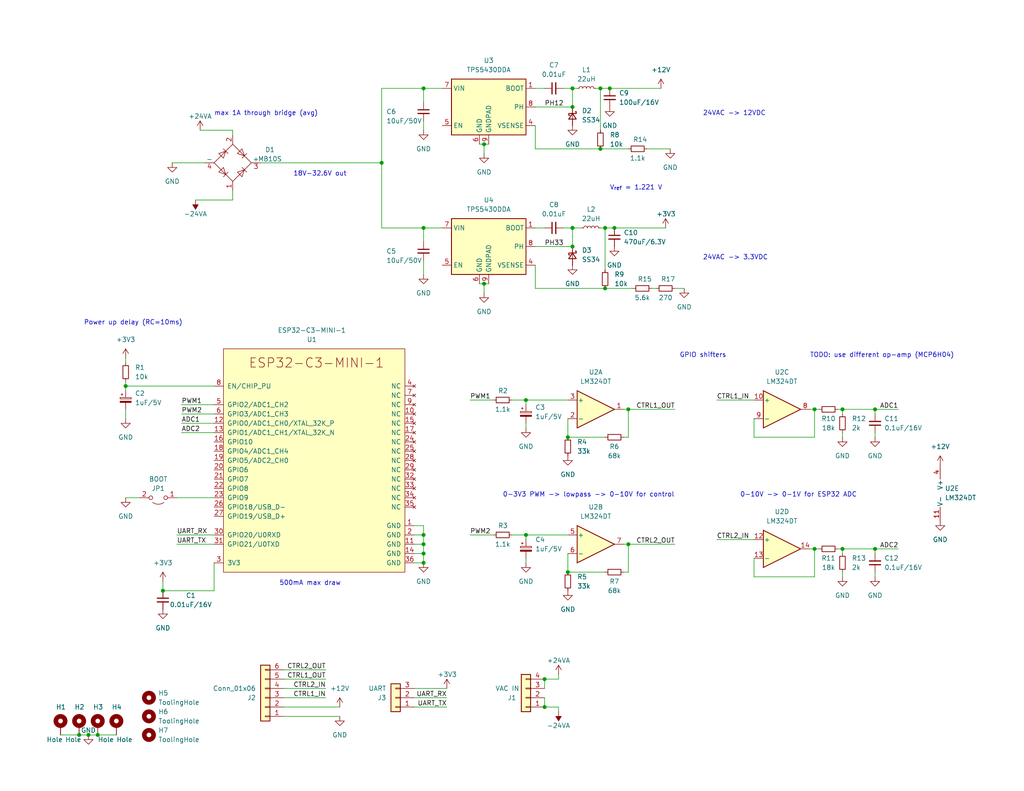
<source format=kicad_sch>
(kicad_sch (version 20211123) (generator eeschema)
  (paper "USLetter")
  (title_block (company "kelvie.ca"))
  (lib_symbols
    (symbol "Amplifier_Operational:LM324" (pin_names (offset 0.127))
      (property "Reference" "U" (at 0 5.08 0))
      (property "Value" "LM324" (at 0 -5.08 0))
      (symbol "LM324_1_1"
        (polyline (pts (xy -5.08 5.08) (xy 5.08 0) (xy -5.08 -5.08) (xy -5.08 5.08)) (stroke (width 0.254)) (fill (type background)))
        (pin output line (at 7.62 0 180) (length 2.54) (name "~") (number "1"))
        (pin input line (at -7.62 -2.54 0) (length 2.54) (name "-") (number "2"))
        (pin input line (at -7.62 2.54 0) (length 2.54) (name "+") (number "3"))
      )
      (symbol "LM324_2_1"
        (polyline (pts (xy -5.08 5.08) (xy 5.08 0) (xy -5.08 -5.08) (xy -5.08 5.08)) (stroke (width 0.254)) (fill (type background)))
        (pin input line (at -7.62 2.54 0) (length 2.54) (name "+") (number "5"))
        (pin input line (at -7.62 -2.54 0) (length 2.54) (name "-") (number "6"))
        (pin output line (at 7.62 0 180) (length 2.54) (name "~") (number "7"))
      )
      (symbol "LM324_3_1"
        (polyline (pts (xy -5.08 5.08) (xy 5.08 0) (xy -5.08 -5.08) (xy -5.08 5.08)) (stroke (width 0.254)) (fill (type background)))
        (pin input line (at -7.62 2.54 0) (length 2.54) (name "+") (number "10"))
        (pin output line (at 7.62 0 180) (length 2.54) (name "~") (number "8"))
        (pin input line (at -7.62 -2.54 0) (length 2.54) (name "-") (number "9"))
      )
      (symbol "LM324_4_1"
        (polyline (pts (xy -5.08 5.08) (xy 5.08 0) (xy -5.08 -5.08) (xy -5.08 5.08)) (stroke (width 0.254)) (fill (type background)))
        (pin input line (at -7.62 2.54 0) (length 2.54) (name "+") (number "12"))
        (pin input line (at -7.62 -2.54 0) (length 2.54) (name "-") (number "13"))
        (pin output line (at 7.62 0 180) (length 2.54) (name "~") (number "14"))
      )
      (symbol "LM324_5_1"
        (pin power_in line (at -2.54 -7.62 90) (length 3.81) (name "V-") (number "11"))
        (pin power_in line (at -2.54 7.62 270) (length 3.81) (name "V+") (number "4"))
      )
    )
    (symbol "Connector_Generic:Conn_01x03" (pin_names (offset 1.016) hide)
      (property "Reference" "J" (at 0 5.08 0))
      (property "Value" "Conn_01x03" (at 0 -5.08 0))
      (symbol "Conn_01x03_1_1"
        (rectangle (start -1.27 -2.413) (end 0 -2.667) (stroke (width 0.1524)))
        (rectangle (start -1.27 0.127) (end 0 -0.127) (stroke (width 0.1524)))
        (rectangle (start -1.27 2.667) (end 0 2.413) (stroke (width 0.1524)))
        (rectangle (start -1.27 3.81) (end 1.27 -3.81) (stroke (width 0.254)) (fill (type background)))
        (pin passive line (at -5.08 2.54 0) (length 3.81) (name "Pin_1") (number "1"))
        (pin passive line (at -5.08 0 0) (length 3.81) (name "Pin_2") (number "2"))
        (pin passive line (at -5.08 -2.54 0) (length 3.81) (name "Pin_3") (number "3"))
      )
    )
    (symbol "Connector_Generic:Conn_01x04" (pin_names (offset 1.016) hide)
      (property "Reference" "J" (at 0 5.08 0))
      (property "Value" "Conn_01x04" (at 0 -7.62 0))
      (symbol "Conn_01x04_1_1"
        (rectangle (start -1.27 -4.953) (end 0 -5.207) (stroke (width 0.1524)))
        (rectangle (start -1.27 -2.413) (end 0 -2.667) (stroke (width 0.1524)))
        (rectangle (start -1.27 0.127) (end 0 -0.127) (stroke (width 0.1524)))
        (rectangle (start -1.27 2.667) (end 0 2.413) (stroke (width 0.1524)))
        (rectangle (start -1.27 3.81) (end 1.27 -6.35) (stroke (width 0.254)) (fill (type background)))
        (pin passive line (at -5.08 2.54 0) (length 3.81) (name "Pin_1") (number "1"))
        (pin passive line (at -5.08 0 0) (length 3.81) (name "Pin_2") (number "2"))
        (pin passive line (at -5.08 -2.54 0) (length 3.81) (name "Pin_3") (number "3"))
        (pin passive line (at -5.08 -5.08 0) (length 3.81) (name "Pin_4") (number "4"))
      )
    )
    (symbol "Connector_Generic:Conn_01x06" (pin_names (offset 1.016) hide)
      (property "Reference" "J" (at 0 7.62 0))
      (property "Value" "Conn_01x06" (at 0 -10.16 0))
      (symbol "Conn_01x06_1_1"
        (rectangle (start -1.27 -7.493) (end 0 -7.747) (stroke (width 0.1524)))
        (rectangle (start -1.27 -4.953) (end 0 -5.207) (stroke (width 0.1524)))
        (rectangle (start -1.27 -2.413) (end 0 -2.667) (stroke (width 0.1524)))
        (rectangle (start -1.27 0.127) (end 0 -0.127) (stroke (width 0.1524)))
        (rectangle (start -1.27 2.667) (end 0 2.413) (stroke (width 0.1524)))
        (rectangle (start -1.27 5.207) (end 0 4.953) (stroke (width 0.1524)))
        (rectangle (start -1.27 6.35) (end 1.27 -8.89) (stroke (width 0.254)) (fill (type background)))
        (pin passive line (at -5.08 5.08 0) (length 3.81) (name "Pin_1") (number "1"))
        (pin passive line (at -5.08 2.54 0) (length 3.81) (name "Pin_2") (number "2"))
        (pin passive line (at -5.08 0 0) (length 3.81) (name "Pin_3") (number "3"))
        (pin passive line (at -5.08 -2.54 0) (length 3.81) (name "Pin_4") (number "4"))
        (pin passive line (at -5.08 -5.08 0) (length 3.81) (name "Pin_5") (number "5"))
        (pin passive line (at -5.08 -7.62 0) (length 3.81) (name "Pin_6") (number "6"))
      )
    )
    (symbol "Device:C_Polarized_Small" (pin_numbers hide) (pin_names (offset 0.254) hide)
      (property "Reference" "C" (at 0.254 1.778 0))
      (property "Value" "C_Polarized_Small" (at 0.254 -2.032 0))
      (symbol "C_Polarized_Small_0_1"
        (rectangle (start -1.524 -0.3048) (end 1.524 -0.6858) (fill (type outline)))
        (rectangle (start -1.524 0.6858) (end 1.524 0.3048))
        (polyline (pts (xy -1.27 1.524) (xy -0.762 1.524)))
        (polyline (pts (xy -1.016 1.27) (xy -1.016 1.778)))
      )
      (symbol "C_Polarized_Small_1_1"
        (pin passive line (at 0 2.54 270) (length 1.8542) (name "~") (number "1"))
        (pin passive line (at 0 -2.54 90) (length 1.8542) (name "~") (number "2"))
      )
    )
    (symbol "Device:C_Small" (pin_numbers hide) (pin_names (offset 0.254) hide)
      (property "Reference" "C" (at 0.254 1.778 0))
      (property "Value" "C_Small" (at 0.254 -2.032 0))
      (symbol "C_Small_0_1"
        (polyline (pts (xy -1.524 -0.508) (xy 1.524 -0.508)) (stroke (width 0.3302)))
        (polyline (pts (xy -1.524 0.508) (xy 1.524 0.508)) (stroke (width 0.3048)))
      )
      (symbol "C_Small_1_1"
        (pin passive line (at 0 2.54 270) (length 2.032) (name "~") (number "1"))
        (pin passive line (at 0 -2.54 90) (length 2.032) (name "~") (number "2"))
      )
    )
    (symbol "Device:D_Schottky_Small" (pin_numbers hide) (pin_names (offset 0.254) hide)
      (property "Reference" "D" (at -1.27 2.032 0))
      (property "Value" "D_Schottky_Small" (at -7.112 -2.032 0))
      (symbol "D_Schottky_Small_0_1"
        (polyline (pts (xy -0.762 0) (xy 0.762 0)))
        (polyline (pts (xy 0.762 -1.016) (xy -0.762 0) (xy 0.762 1.016) (xy 0.762 -1.016)) (stroke (width 0.254)))
        (polyline (pts (xy -1.27 0.762) (xy -1.27 1.016) (xy -0.762 1.016) (xy -0.762 -1.016) (xy -0.254 -1.016) (xy -0.254 -0.762)) (stroke (width 0.254)))
      )
      (symbol "D_Schottky_Small_1_1"
        (pin passive line (at -2.54 0 0) (length 1.778) (name "K") (number "1"))
        (pin passive line (at 2.54 0 180) (length 1.778) (name "A") (number "2"))
      )
    )
    (symbol "Device:L_Small" (pin_numbers hide) (pin_names (offset 0.254) hide)
      (property "Reference" "L" (at 0.762 1.016 0))
      (property "Value" "L_Small" (at 0.762 -1.016 0))
      (symbol "L_Small_0_1"
        (arc (start 0 -2.032) (mid 0.508 -1.524) (end 0 -1.016))
        (arc (start 0 -1.016) (mid 0.508 -0.508) (end 0 0))
        (arc (start 0 0) (mid 0.508 0.508) (end 0 1.016))
        (arc (start 0 1.016) (mid 0.508 1.524) (end 0 2.032))
      )
      (symbol "L_Small_1_1"
        (pin passive line (at 0 2.54 270) (length 0.508) (name "~") (number "1"))
        (pin passive line (at 0 -2.54 90) (length 0.508) (name "~") (number "2"))
      )
    )
    (symbol "Device:R_Small" (pin_numbers hide) (pin_names (offset 0.254) hide)
      (property "Reference" "R" (at 0.762 0.508 0))
      (property "Value" "R_Small" (at 0.762 -1.016 0))
      (symbol "R_Small_0_1"
        (rectangle (start -0.762 1.778) (end 0.762 -1.778) (stroke (width 0.2032)))
      )
      (symbol "R_Small_1_1"
        (pin passive line (at 0 2.54 270) (length 0.762) (name "~") (number "1"))
        (pin passive line (at 0 -2.54 90) (length 0.762) (name "~") (number "2"))
      )
    )
    (symbol "Espressif:ESP32-C3-MINI-1" (pin_names (offset 1.016))
      (property "Reference" "U" (at 0 33.02 0))
      (property "Value" "ESP32-C3-MINI-1" (at 0 -30.48 0))
      (symbol "ESP32-C3-MINI-1_0_0"
        (text "ESP32-C3-MINI-1" (at 1.27 27.94 0) (effects (font (size 2.54 2.54))))
      )
      (symbol "ESP32-C3-MINI-1_0_1"
        (rectangle (start -24.13 31.75) (end 25.4 -29.21) (fill (type background)))
      )
      (symbol "ESP32-C3-MINI-1_1_1"
        (pin power_in line (at 27.94 -16.51 180) (length 2.54) (name "GND") (number "1"))
        (pin no_connect line (at 27.94 13.97 180) (length 2.54) (name "NC") (number "10"))
        (pin power_in line (at 27.94 -21.59 180) (length 2.54) (name "GND") (number "11"))
        (pin bidirectional line (at -26.67 11.43 0) (length 2.54) (name "GPIO0/ADC1_CH0/XTAL_32K_P") (number "12"))
        (pin bidirectional line (at -26.67 8.89 0) (length 2.54) (name "GPIO1/ADC1_CH1/XTAL_32K_N") (number "13"))
        (pin power_in line (at 27.94 -24.13 180) (length 2.54) (name "GND") (number "14"))
        (pin no_connect line (at 27.94 11.43 180) (length 2.54) (name "NC") (number "15"))
        (pin bidirectional line (at -26.67 6.35 0) (length 2.54) (name "GPIO10") (number "16"))
        (pin no_connect line (at 27.94 8.89 180) (length 2.54) (name "NC") (number "17"))
        (pin bidirectional line (at -26.67 3.81 0) (length 2.54) (name "GPIO4/ADC1_CH4") (number "18"))
        (pin bidirectional line (at -26.67 1.27 0) (length 2.54) (name "GPIO5/ADC2_CH0") (number "19"))
        (pin power_in line (at 27.94 -19.05 180) (length 2.54) (name "GND") (number "2"))
        (pin bidirectional line (at -26.67 -1.27 0) (length 2.54) (name "GPIO6") (number "20"))
        (pin bidirectional line (at -26.67 -3.81 0) (length 2.54) (name "GPIO7") (number "21"))
        (pin bidirectional line (at -26.67 -6.35 0) (length 2.54) (name "GPIO8") (number "22"))
        (pin bidirectional line (at -26.67 -8.89 0) (length 2.54) (name "GPIO9") (number "23"))
        (pin no_connect line (at 27.94 6.35 180) (length 2.54) (name "NC") (number "24"))
        (pin no_connect line (at 27.94 3.81 180) (length 2.54) (name "NC") (number "25"))
        (pin bidirectional line (at -26.67 -11.43 0) (length 2.54) (name "GPIO18/USB_D-") (number "26"))
        (pin bidirectional line (at -26.67 -13.97 0) (length 2.54) (name "GPIO19/USB_D+") (number "27"))
        (pin no_connect line (at 27.94 1.27 180) (length 2.54) (name "NC") (number "28"))
        (pin no_connect line (at 27.94 -1.27 180) (length 2.54) (name "NC") (number "29"))
        (pin power_in line (at -26.67 -26.67 0) (length 2.54) (name "3V3") (number "3"))
        (pin bidirectional line (at -26.67 -19.05 0) (length 2.54) (name "GPIO20/U0RXD") (number "30"))
        (pin bidirectional line (at -26.67 -21.59 0) (length 2.54) (name "GPIO21/U0TXD") (number "31"))
        (pin no_connect line (at 27.94 -3.81 180) (length 2.54) (name "NC") (number "32"))
        (pin no_connect line (at 27.94 -6.35 180) (length 2.54) (name "NC") (number "33"))
        (pin no_connect line (at 27.94 -8.89 180) (length 2.54) (name "NC") (number "34"))
        (pin no_connect line (at 27.94 -11.43 180) (length 2.54) (name "NC") (number "35"))
        (pin power_in line (at 27.94 -26.67 180) (length 2.54) (name "GND") (number "36"))
        (pin no_connect line (at 27.94 21.59 180) (length 2.54) (name "NC") (number "4"))
        (pin bidirectional line (at -26.67 16.51 0) (length 2.54) (name "GPIO2/ADC1_CH2") (number "5"))
        (pin bidirectional line (at -26.67 13.97 0) (length 2.54) (name "GPIO3/ADC1_CH3") (number "6"))
        (pin no_connect line (at 27.94 19.05 180) (length 2.54) (name "NC") (number "7"))
        (pin input line (at -26.67 21.59 0) (length 2.54) (name "EN/CHIP_PU") (number "8"))
        (pin no_connect line (at 27.94 16.51 180) (length 2.54) (name "NC") (number "9"))
      )
    )
    (symbol "Jumper:Jumper_2_Open" (pin_names (offset 0) hide)
      (property "Reference" "JP" (at 0 2.794 0))
      (property "Value" "Jumper_2_Open" (at 0 -2.286 0))
      (symbol "Jumper_2_Open_0_0"
        (circle (center -2.032 0) (radius 0.508))
        (circle (center 2.032 0) (radius 0.508))
      )
      (symbol "Jumper_2_Open_0_1"
        (arc (start 1.524 1.27) (mid 0 1.778) (end -1.524 1.27))
      )
      (symbol "Jumper_2_Open_1_1"
        (pin passive line (at -5.08 0 0) (length 2.54) (name "A") (number "1"))
        (pin passive line (at 5.08 0 180) (length 2.54) (name "B") (number "2"))
      )
    )
    (symbol "Mechanical:MountingHole" (pin_names (offset 1.016))
      (property "Reference" "H" (at 0 5.08 0))
      (property "Value" "MountingHole" (at 0 3.175 0))
      (symbol "MountingHole_0_1"
        (circle (center 0 0) (radius 1.27) (stroke (width 1.27)))
      )
    )
    (symbol "Mechanical:MountingHole_Pad" (pin_numbers hide) (pin_names (offset 1.016) hide)
      (property "Reference" "H" (at 0 6.35 0))
      (property "Value" "MountingHole_Pad" (at 0 4.445 0))
      (symbol "MountingHole_Pad_0_1"
        (circle (center 0 1.27) (radius 1.27) (stroke (width 1.27)))
      )
      (symbol "MountingHole_Pad_1_1"
        (pin input line (at 0 -2.54 90) (length 2.54) (name "1") (number "1"))
      )
    )
    (symbol "Regulator_Switching:TPS5430DDA"
      (property "Reference" "U" (at -10.16 8.89 0))
      (property "Value" "TPS5430DDA" (at -1.27 8.89 0))
      (symbol "TPS5430DDA_0_1"
        (rectangle (start -10.16 7.62) (end 10.16 -7.62) (stroke (width 0.254)) (fill (type background)))
      )
      (symbol "TPS5430DDA_1_1"
        (pin input line (at 12.7 5.08 180) (length 2.54) (name "BOOT") (number "1"))
        (pin no_connect line (at -10.16 2.54 0) (length 2.54) hide (name "NC") (number "2"))
        (pin no_connect line (at -10.16 -2.54 0) (length 2.54) hide (name "NC") (number "3"))
        (pin input line (at 12.7 -5.08 180) (length 2.54) (name "VSENSE") (number "4"))
        (pin input line (at -12.7 -5.08 0) (length 2.54) (name "EN") (number "5"))
        (pin power_in line (at -2.54 -10.16 90) (length 2.54) (name "GND") (number "6"))
        (pin power_in line (at -12.7 5.08 0) (length 2.54) (name "VIN") (number "7"))
        (pin output line (at 12.7 0 180) (length 2.54) (name "PH") (number "8"))
        (pin power_in line (at 0 -10.16 90) (length 2.54) (name "GNDPAD") (number "9"))
      )
    )
    (symbol "kelvie:MB10S" (pin_names (offset 0))
      (property "Reference" "D" (at 2.54 6.985 0))
      (property "Value" "MB10S" (at 2.54 5.08 0))
      (symbol "MB10S_0_1"
        (polyline (pts (xy -2.54 3.81) (xy -1.27 2.54)))
        (polyline (pts (xy -1.27 -2.54) (xy -2.54 -3.81)))
        (polyline (pts (xy 2.54 -1.27) (xy 3.81 -2.54)))
        (polyline (pts (xy 2.54 1.27) (xy 3.81 2.54)))
        (polyline (pts (xy -3.81 2.54) (xy -2.54 1.27) (xy -1.905 3.175) (xy -3.81 2.54)))
        (polyline (pts (xy -2.54 -1.27) (xy -3.81 -2.54) (xy -1.905 -3.175) (xy -2.54 -1.27)))
        (polyline (pts (xy 1.27 2.54) (xy 2.54 3.81) (xy 3.175 1.905) (xy 1.27 2.54)))
        (polyline (pts (xy 3.175 -1.905) (xy 1.27 -2.54) (xy 2.54 -3.81) (xy 3.175 -1.905)))
        (polyline (pts (xy -5.08 0) (xy 0 -5.08) (xy 5.08 0) (xy 0 5.08) (xy -5.08 0)))
      )
      (symbol "MB10S_1_1"
        (pin passive line (at 0 -7.62 90) (length 2.54) (name "~") (number "1"))
        (pin passive line (at 0 7.62 270) (length 2.54) (name "~") (number "2"))
        (pin passive line (at 7.62 0 180) (length 2.54) (name "+") (number "3"))
        (pin passive line (at -7.62 0 0) (length 2.54) (name "-") (number "4"))
      )
    )
    (symbol "kelvie_power:+24VA" (power) (pin_names (offset 0))
      (property "Value" "+24VA" (at 0 3.556 0))
      (symbol "+24VA_0_1"
        (polyline (pts (xy -0.762 1.27) (xy 0 2.54)))
        (polyline (pts (xy 0 0) (xy 0 2.54)))
        (polyline (pts (xy 0 2.54) (xy 0.762 1.27)))
      )
      (symbol "+24VA_1_1"
        (pin power_in line (at 0 0 90) (length 0) hide (name "+24VA") (number "1"))
      )
    )
    (symbol "kelvie_power:-24VA" (power) (pin_names (offset 0))
      (property "Value" "-24VA" (at 0 3.556 0))
      (symbol "-24VA_0_0"
        (pin power_in line (at 0 0 90) (length 0) hide (name "-24VA") (number "1"))
      )
      (symbol "-24VA_0_1"
        (polyline (pts (xy 0 0) (xy 0 1.27) (xy 0.762 1.27) (xy 0 2.54) (xy -0.762 1.27) (xy 0 1.27)) (fill (type outline)))
      )
    )
    (symbol "power:+12V" (power) (pin_names (offset 0))
      (property "Value" "+12V" (at 0 3.556 0))
      (symbol "+12V_0_1"
        (polyline (pts (xy -0.762 1.27) (xy 0 2.54)))
        (polyline (pts (xy 0 0) (xy 0 2.54)))
        (polyline (pts (xy 0 2.54) (xy 0.762 1.27)))
      )
      (symbol "+12V_1_1"
        (pin power_in line (at 0 0 90) (length 0) hide (name "+12V") (number "1"))
      )
    )
    (symbol "power:+3.3V" (power) (pin_names (offset 0))
      (property "Value" "+3.3V" (at 0 3.556 0))
      (symbol "+3.3V_0_1"
        (polyline (pts (xy -0.762 1.27) (xy 0 2.54)))
        (polyline (pts (xy 0 0) (xy 0 2.54)))
        (polyline (pts (xy 0 2.54) (xy 0.762 1.27)))
      )
      (symbol "+3.3V_1_1"
        (pin power_in line (at 0 0 90) (length 0) hide (name "+3V3") (number "1"))
      )
    )
    (symbol "power:GND" (power) (pin_names (offset 0))
      (property "Value" "GND" (at 0 -3.81 0))
      (symbol "GND_0_1"
        (polyline (pts (xy 0 0) (xy 0 -1.27) (xy 1.27 -1.27) (xy 0 -2.54) (xy -1.27 -1.27) (xy 0 -1.27)))
      )
      (symbol "GND_1_1"
        (pin power_in line (at 0 0 270) (length 0) hide (name "GND") (number "1"))
      )
    )
  )
  (junction (at 132.08 77.47))
  (junction (at 167.64 62.23))
  (junction (at 229.87 149.86))
  (junction (at 26.67 200.66))
  (junction (at 154.94 156.21))
  (junction (at 115.57 62.23))
  (junction (at 143.51 109.22))
  (junction (at 44.45 161.29))
  (junction (at 171.45 111.76))
  (junction (at 229.87 111.76))
  (junction (at 222.25 149.86))
  (junction (at 165.1 78.74))
  (junction (at 156.21 67.31))
  (junction (at 34.29 105.41))
  (junction (at 104.14 44.45))
  (junction (at 156.21 29.21))
  (junction (at 115.57 151.13))
  (junction (at 238.76 149.86))
  (junction (at 143.51 146.05))
  (junction (at 115.57 153.67))
  (junction (at 238.76 111.76))
  (junction (at 154.94 119.38))
  (junction (at 148.59 185.42))
  (junction (at 132.08 39.37))
  (junction (at 115.57 24.13))
  (junction (at 163.83 40.64))
  (junction (at 222.25 111.76))
  (junction (at 115.57 148.59))
  (junction (at 156.21 24.13))
  (junction (at 163.83 24.13))
  (junction (at 24.13 200.66))
  (junction (at 166.37 24.13))
  (junction (at 115.57 146.05))
  (junction (at 148.59 193.04))
  (junction (at 21.59 200.66))
  (junction (at 165.1 62.23))
  (junction (at 156.21 62.23))
  (junction (at 171.45 148.59))
  (wire (pts (xy 146.05 67.31) (xy 156.21 67.31)))
  (wire (pts (xy 165.1 78.74) (xy 146.05 78.74)))
  (wire (pts (xy 58.42 146.05) (xy 48.26 146.05)))
  (wire (pts (xy 156.21 24.13) (xy 157.48 24.13)))
  (wire (pts (xy 132.08 77.47) (xy 133.35 77.47)))
  (wire (pts (xy 58.42 135.89) (xy 48.26 135.89)))
  (wire (pts (xy 238.76 156.21) (xy 238.76 157.48)))
  (wire (pts (xy 44.45 161.29) (xy 58.42 161.29)))
  (wire (pts (xy 46.99 44.45) (xy 55.88 44.45)))
  (wire (pts (xy 195.58 109.22) (xy 205.74 109.22)))
  (wire (pts (xy 115.57 146.05) (xy 115.57 148.59)))
  (wire (pts (xy 179.07 78.74) (xy 177.8 78.74)))
  (wire (pts (xy 115.57 143.51) (xy 115.57 146.05)))
  (wire (pts (xy 229.87 118.11) (xy 229.87 119.38)))
  (wire (pts (xy 143.51 152.4) (xy 143.51 153.67)))
  (wire (pts (xy 34.29 135.89) (xy 38.1 135.89)))
  (wire (pts (xy 222.25 149.86) (xy 222.25 157.48)))
  (wire (pts (xy 228.6 111.76) (xy 229.87 111.76)))
  (wire (pts (xy 143.51 109.22) (xy 154.94 109.22)))
  (wire (pts (xy 115.57 74.93) (xy 115.57 71.12)))
  (wire (pts (xy 171.45 111.76) (xy 184.15 111.76)))
  (wire (pts (xy 143.51 146.05) (xy 154.94 146.05)))
  (wire (pts (xy 156.21 29.21) (xy 156.21 24.13)))
  (wire (pts (xy 132.08 39.37) (xy 132.08 41.91)))
  (wire (pts (xy 104.14 24.13) (xy 115.57 24.13)))
  (wire (pts (xy 152.4 193.04) (xy 152.4 194.31)))
  (wire (pts (xy 88.9 187.96) (xy 77.47 187.96)))
  (wire (pts (xy 222.25 111.76) (xy 220.98 111.76)))
  (wire (pts (xy 195.58 147.32) (xy 205.74 147.32)))
  (wire (pts (xy 166.37 24.13) (xy 180.34 24.13)))
  (wire (pts (xy 115.57 62.23) (xy 120.65 62.23)))
  (wire (pts (xy 104.14 44.45) (xy 104.14 24.13)))
  (wire (pts (xy 163.83 40.64) (xy 146.05 40.64)))
  (wire (pts (xy 77.47 193.04) (xy 92.71 193.04)))
  (wire (pts (xy 34.29 105.41) (xy 58.42 105.41)))
  (wire (pts (xy 58.42 161.29) (xy 58.42 153.67)))
  (wire (pts (xy 49.53 113.03) (xy 58.42 113.03)))
  (wire (pts (xy 223.52 149.86) (xy 222.25 149.86)))
  (wire (pts (xy 165.1 78.74) (xy 172.72 78.74)))
  (wire (pts (xy 121.92 193.04) (xy 113.03 193.04)))
  (wire (pts (xy 92.71 195.58) (xy 77.47 195.58)))
  (wire (pts (xy 146.05 29.21) (xy 156.21 29.21)))
  (wire (pts (xy 115.57 148.59) (xy 115.57 151.13)))
  (wire (pts (xy 115.57 146.05) (xy 113.03 146.05)))
  (wire (pts (xy 156.21 67.31) (xy 156.21 62.23)))
  (wire (pts (xy 154.94 151.13) (xy 154.94 156.21)))
  (wire (pts (xy 156.21 62.23) (xy 153.67 62.23)))
  (wire (pts (xy 63.5 35.56) (xy 63.5 36.83)))
  (wire (pts (xy 148.59 190.5) (xy 148.59 193.04)))
  (wire (pts (xy 88.9 185.42) (xy 77.47 185.42)))
  (wire (pts (xy 163.83 35.56) (xy 163.83 24.13)))
  (wire (pts (xy 163.83 62.23) (xy 165.1 62.23)))
  (wire (pts (xy 121.92 187.96) (xy 113.03 187.96)))
  (wire (pts (xy 238.76 111.76) (xy 245.11 111.76)))
  (wire (pts (xy 34.29 105.41) (xy 34.29 104.14)))
  (wire (pts (xy 154.94 156.21) (xy 165.1 156.21)))
  (wire (pts (xy 148.59 24.13) (xy 146.05 24.13)))
  (wire (pts (xy 222.25 111.76) (xy 222.25 119.38)))
  (wire (pts (xy 115.57 148.59) (xy 113.03 148.59)))
  (wire (pts (xy 167.64 62.23) (xy 181.61 62.23)))
  (wire (pts (xy 146.05 72.39) (xy 146.05 78.74)))
  (wire (pts (xy 49.53 115.57) (xy 58.42 115.57)))
  (wire (pts (xy 54.61 35.56) (xy 63.5 35.56)))
  (wire (pts (xy 228.6 149.86) (xy 229.87 149.86)))
  (wire (pts (xy 154.94 114.3) (xy 154.94 119.38)))
  (wire (pts (xy 143.51 147.32) (xy 143.51 146.05)))
  (wire (pts (xy 143.51 116.84) (xy 143.51 115.57)))
  (wire (pts (xy 34.29 106.68) (xy 34.29 105.41)))
  (wire (pts (xy 205.74 157.48) (xy 205.74 152.4)))
  (wire (pts (xy 171.45 111.76) (xy 171.45 119.38)))
  (wire (pts (xy 229.87 149.86) (xy 229.87 151.13)))
  (wire (pts (xy 146.05 34.29) (xy 146.05 40.64)))
  (wire (pts (xy 71.12 44.45) (xy 104.14 44.45)))
  (wire (pts (xy 205.74 119.38) (xy 205.74 114.3)))
  (wire (pts (xy 121.92 190.5) (xy 113.03 190.5)))
  (wire (pts (xy 49.53 118.11) (xy 58.42 118.11)))
  (wire (pts (xy 222.25 157.48) (xy 205.74 157.48)))
  (wire (pts (xy 152.4 184.15) (xy 152.4 185.42)))
  (wire (pts (xy 115.57 143.51) (xy 113.03 143.51)))
  (wire (pts (xy 148.59 62.23) (xy 146.05 62.23)))
  (wire (pts (xy 162.56 24.13) (xy 163.83 24.13)))
  (wire (pts (xy 130.81 39.37) (xy 132.08 39.37)))
  (wire (pts (xy 104.14 62.23) (xy 115.57 62.23)))
  (wire (pts (xy 115.57 35.56) (xy 115.57 33.02)))
  (wire (pts (xy 220.98 149.86) (xy 222.25 149.86)))
  (wire (pts (xy 88.9 190.5) (xy 77.47 190.5)))
  (wire (pts (xy 171.45 119.38) (xy 170.18 119.38)))
  (wire (pts (xy 184.15 78.74) (xy 186.69 78.74)))
  (wire (pts (xy 165.1 73.66) (xy 165.1 62.23)))
  (wire (pts (xy 238.76 151.13) (xy 238.76 149.86)))
  (wire (pts (xy 170.18 148.59) (xy 171.45 148.59)))
  (wire (pts (xy 229.87 111.76) (xy 238.76 111.76)))
  (wire (pts (xy 132.08 77.47) (xy 132.08 80.01)))
  (wire (pts (xy 156.21 24.13) (xy 153.67 24.13)))
  (wire (pts (xy 24.13 200.66) (xy 26.67 200.66)))
  (wire (pts (xy 143.51 110.49) (xy 143.51 109.22)))
  (wire (pts (xy 158.75 62.23) (xy 156.21 62.23)))
  (wire (pts (xy 115.57 153.67) (xy 113.03 153.67)))
  (wire (pts (xy 223.52 111.76) (xy 222.25 111.76)))
  (wire (pts (xy 115.57 27.94) (xy 115.57 24.13)))
  (wire (pts (xy 163.83 24.13) (xy 166.37 24.13)))
  (wire (pts (xy 16.51 200.66) (xy 21.59 200.66)))
  (wire (pts (xy 238.76 113.03) (xy 238.76 111.76)))
  (wire (pts (xy 148.59 185.42) (xy 148.59 187.96)))
  (wire (pts (xy 165.1 62.23) (xy 167.64 62.23)))
  (wire (pts (xy 88.9 182.88) (xy 77.47 182.88)))
  (wire (pts (xy 163.83 40.64) (xy 171.45 40.64)))
  (wire (pts (xy 238.76 149.86) (xy 245.11 149.86)))
  (wire (pts (xy 152.4 185.42) (xy 148.59 185.42)))
  (wire (pts (xy 132.08 39.37) (xy 133.35 39.37)))
  (wire (pts (xy 115.57 66.04) (xy 115.57 62.23)))
  (wire (pts (xy 44.45 158.75) (xy 44.45 161.29)))
  (wire (pts (xy 229.87 111.76) (xy 229.87 113.03)))
  (wire (pts (xy 130.81 77.47) (xy 132.08 77.47)))
  (wire (pts (xy 154.94 119.38) (xy 165.1 119.38)))
  (wire (pts (xy 229.87 156.21) (xy 229.87 157.48)))
  (wire (pts (xy 171.45 156.21) (xy 170.18 156.21)))
  (wire (pts (xy 115.57 151.13) (xy 113.03 151.13)))
  (wire (pts (xy 139.7 109.22) (xy 143.51 109.22)))
  (wire (pts (xy 171.45 148.59) (xy 184.15 148.59)))
  (wire (pts (xy 104.14 44.45) (xy 104.14 62.23)))
  (wire (pts (xy 63.5 54.61) (xy 63.5 52.07)))
  (wire (pts (xy 34.29 114.3) (xy 34.29 111.76)))
  (wire (pts (xy 34.29 99.06) (xy 34.29 97.79)))
  (wire (pts (xy 128.27 109.22) (xy 134.62 109.22)))
  (wire (pts (xy 229.87 149.86) (xy 238.76 149.86)))
  (wire (pts (xy 58.42 148.59) (xy 48.26 148.59)))
  (wire (pts (xy 128.27 146.05) (xy 134.62 146.05)))
  (wire (pts (xy 26.67 200.66) (xy 31.75 200.66)))
  (wire (pts (xy 115.57 151.13) (xy 115.57 153.67)))
  (wire (pts (xy 148.59 193.04) (xy 152.4 193.04)))
  (wire (pts (xy 58.42 110.49) (xy 49.53 110.49)))
  (wire (pts (xy 115.57 24.13) (xy 120.65 24.13)))
  (wire (pts (xy 238.76 119.38) (xy 238.76 118.11)))
  (wire (pts (xy 222.25 119.38) (xy 205.74 119.38)))
  (wire (pts (xy 21.59 200.66) (xy 24.13 200.66)))
  (wire (pts (xy 139.7 146.05) (xy 143.51 146.05)))
  (wire (pts (xy 171.45 148.59) (xy 171.45 156.21)))
  (wire (pts (xy 53.34 54.61) (xy 63.5 54.61)))
  (wire (pts (xy 176.53 40.64) (xy 182.88 40.64)))
  (wire (pts (xy 171.45 111.76) (xy 170.18 111.76)))
  (text "0-3V3 PWM -> lowpass -> 0-10V for control" (at 137.16 135.89 0) (effects (font (size 1.27 1.27)) (justify left bottom)))
  (text "24VAC -> 12VDC" (at 191.77 31.75 0) (effects (font (size 1.27 1.27)) (justify left bottom)))
  (text "500mA max draw" (at 76.2 160.02 0) (effects (font (size 1.27 1.27)) (justify left bottom)))
  (text "GPIO shifters\n" (at 185.42 97.79 0) (effects (font (size 1.27 1.27)) (justify left bottom)))
  (text "18V-32.6V out" (at 80.01 48.26 0) (effects (font (size 1.27 1.27)) (justify left bottom)))
  (text "0-10V -> 0-1V for ESP32 ADC" (at 201.93 135.89 0) (effects (font (size 1.27 1.27)) (justify left bottom)))
  (text "24VAC -> 3.3VDC" (at 191.77 71.12 0) (effects (font (size 1.27 1.27)) (justify left bottom)))
  (text "V_{ref} = 1.221 V" (at 166.37 52.07 0) (effects (font (size 1.27 1.27)) (justify left bottom)))
  (text "TODO: use different op-amp (MCP6H04)" (at 220.98 97.79 0) (effects (font (size 1.27 1.27)) (justify left bottom)))
  (text "max 1A through bridge (avg)" (at 58.42 31.75 0) (effects (font (size 1.27 1.27)) (justify left bottom)))
  (text "Power up delay (RC=10ms)" (at 22.86 88.9 0) (effects (font (size 1.27 1.27)) (justify left bottom)))
  (label "PH12" (at 148.59 29.21 0))
  (label "UART_RX" (at 48.26 146.05 0))
  (label "PWM1" (at 128.27 109.22 0))
  (label "PWM1" (at 49.53 110.49 0))
  (label "ADC1" (at 245.11 111.76 180))
  (label "UART_TX" (at 121.92 193.04 180))
  (label "CTRL1_IN" (at 88.9 190.5 180))
  (label "CTRL2_OUT" (at 184.15 148.59 180))
  (label "PH33" (at 148.59 67.31 0))
  (label "CTRL1_IN" (at 195.58 109.22 0))
  (label "UART_RX" (at 121.92 190.5 180))
  (label "CTRL2_IN" (at 88.9 187.96 180))
  (label "CTRL1_OUT" (at 184.15 111.76 180))
  (label "UART_TX" (at 48.26 148.59 0))
  (label "ADC1" (at 49.53 115.57 0))
  (label "CTRL2_OUT" (at 88.9 182.88 180))
  (label "ADC2" (at 49.53 118.11 0))
  (label "ADC2" (at 245.11 149.86 180))
  (label "CTRL2_IN" (at 195.58 147.32 0))
  (label "CTRL1_OUT" (at 88.9 185.42 180))
  (label "PWM2" (at 49.53 113.03 0))
  (label "PWM2" (at 128.27 146.05 0))
  (symbol (lib_id "power:GND") (at 34.29 135.89 0) (unit 1)
    (property "Reference" "#PWR019" (effects hide))
    (property "Value" "GND" (at 34.29 140.97 0))
  )
  (symbol (lib_id "power:GND") (at 44.45 166.37 0) (unit 1)
    (property "Reference" "#PWR02" (effects hide))
    (property "Value" "GND" (at 44.45 171.45 0))
  )
  (symbol (lib_id "power:GND") (at 166.37 29.21 0) (unit 1)
    (property "Reference" "#PWR027" (effects hide))
    (property "Value" "GND" (at 166.37 34.29 0))
  )
  (symbol (lib_id "Device:C_Small") (at 166.37 26.67 0) (unit 1)
    (property "Reference" "C9" (at 168.91 25.4062 0) (effects (justify left)))
    (property "Value" "100uF/16V" (at 168.91 27.9462 0) (effects (justify left)))
    (property "Footprint" "Capacitor_Tantalum_SMD:CP_EIA-7343-31_Kemet-D" (effects hide))
  )
  (symbol (lib_id "kelvie_power:-24VA") (at 152.4 194.31 0) (mirror x) (unit 1)
    (property "Reference" "#PWR04" (effects hide))
    (property "Value" "-24VA" (at 152.4 198.12 0))
  )
  (symbol (lib_id "Amplifier_Operational:LM324") (at 213.36 111.76 0) (unit 3)
    (property "Reference" "U2" (at 213.36 101.6 0))
    (property "Value" "LM324DT" (at 213.36 104.14 0))
    (property "Footprint" "Package_SO:SOIC-14_3.9x8.7mm_P1.27mm" (effects hide))
    (property "Datasheet" "http://www.ti.com/lit/ds/symlink/lm2902-n.pdf" (effects hide))
  )
  (symbol (lib_id "Device:R_Small") (at 167.64 119.38 90) (unit 1)
    (property "Reference" "R6" (at 167.64 121.92 90))
    (property "Value" "68k" (at 167.64 124.46 90))
    (property "Footprint" "Resistor_SMD:R_0402_1005Metric" (effects hide))
  )
  (symbol (lib_id "Device:C_Small") (at 151.13 24.13 90) (unit 1)
    (property "Reference" "C7" (at 151.1363 17.78 90))
    (property "Value" "0.01uF" (at 151.1363 20.32 90))
    (property "Footprint" "Capacitor_SMD:C_0402_1005Metric" (effects hide))
  )
  (symbol (lib_id "power:GND") (at 92.71 195.58 0) (unit 1)
    (property "Reference" "#PWR09" (effects hide))
    (property "Value" "GND" (at 92.71 200.66 0))
  )
  (symbol (lib_id "power:GND") (at 143.51 153.67 0) (unit 1)
    (property "Reference" "#PWR015" (effects hide))
    (property "Value" "GND" (at 143.51 158.75 0))
  )
  (symbol (lib_id "power:GND") (at 229.87 119.38 0) (unit 1)
    (property "Reference" "#PWR029" (effects hide))
    (property "Value" "GND" (at 229.87 124.46 0))
  )
  (symbol (lib_id "kelvie:MB10S") (at 63.5 44.45 0) (unit 1)
    (property "Reference" "D1" (at 73.66 40.8686 0))
    (property "Value" "MB10S" (at 73.66 43.4086 0))
    (property "Footprint" "Package_TO_SOT_SMD:TO-269AA" (effects hide))
    (property "Datasheet" "https://datasheet.lcsc.com/lcsc/2105061432_MDD-Microdiode-Electronics--MB10S_C2488.pdf" (effects hide))
  )
  (symbol (lib_id "power:GND") (at 46.99 44.45 0) (unit 1)
    (property "Reference" "#PWR010" (effects hide))
    (property "Value" "GND" (at 46.99 49.53 0))
  )
  (symbol (lib_id "Device:C_Small") (at 238.76 115.57 180) (unit 1)
    (property "Reference" "C11" (at 241.3 114.2935 0) (effects (justify right)))
    (property "Value" "0.1uF/16V" (at 241.3 116.8335 0) (effects (justify right)))
    (property "Footprint" "Capacitor_SMD:C_0402_1005Metric" (effects hide))
  )
  (symbol (lib_id "kelvie_power:-24VA") (at 53.34 54.61 180) (unit 1)
    (property "Reference" "#PWR012" (effects hide))
    (property "Value" "-24VA" (at 53.34 58.42 0))
  )
  (symbol (lib_id "Device:D_Schottky_Small") (at 156.21 69.85 270) (unit 1)
    (property "Reference" "D3" (at 158.75 68.3259 90) (effects (justify left)))
    (property "Value" "SS34" (at 158.75 70.8659 90) (effects (justify left)))
    (property "Footprint" "Diode_SMD:D_SMA" (effects hide))
  )
  (symbol (lib_id "Amplifier_Operational:LM324") (at 213.36 149.86 0) (unit 4)
    (property "Reference" "U2" (at 213.36 139.7 0))
    (property "Value" "LM324DT" (at 213.36 142.24 0))
    (property "Footprint" "Package_SO:SOIC-14_3.9x8.7mm_P1.27mm" (effects hide))
    (property "Datasheet" "http://www.ti.com/lit/ds/symlink/lm2902-n.pdf" (effects hide))
  )
  (symbol (lib_id "Device:L_Small") (at 161.29 62.23 90) (unit 1)
    (property "Reference" "L2" (at 161.29 57.15 90))
    (property "Value" "22uH" (at 161.29 59.69 90))
    (property "Footprint" "inductors:L_SXN_SMRH74-220MT" (effects hide))
    (property "Datasheet" "https://datasheet.lcsc.com/lcsc/2108131530_SXN-Shun-Xiang-Nuo-Elec-SMRH74-220MT_C27442.pdf" (effects hide))
  )
  (symbol (lib_id "power:+12V") (at 92.71 193.04 0) (unit 1)
    (property "Reference" "#PWR08" (effects hide))
    (property "Value" "+12V" (at 92.71 187.96 0))
  )
  (symbol (lib_id "Device:R_Small") (at 226.06 111.76 90) (unit 1)
    (property "Reference" "R10" (at 226.06 114.3 90))
    (property "Value" "18k" (at 226.06 116.84 90))
    (property "Footprint" "Resistor_SMD:R_0402_1005Metric" (effects hide))
  )
  (symbol (lib_id "Device:C_Small") (at 151.13 62.23 90) (unit 1)
    (property "Reference" "C8" (at 151.1363 55.88 90))
    (property "Value" "0.01uF" (at 151.1363 58.42 90))
    (property "Footprint" "Capacitor_SMD:C_0402_1005Metric" (effects hide))
  )
  (symbol (lib_id "Device:R_Small") (at 154.94 158.75 0) (unit 1)
    (property "Reference" "R5" (at 157.48 157.4799 0) (effects (justify left)))
    (property "Value" "33k" (at 157.48 160.0199 0) (effects (justify left)))
    (property "Footprint" "Resistor_SMD:R_0402_1005Metric" (effects hide))
  )
  (symbol (lib_id "power:+3.3V") (at 181.61 62.23 0) (unit 1)
    (property "Reference" "#PWR034" (effects hide))
    (property "Value" "+3.3V" (at 179.07 58.42 0) (effects (justify left)))
  )
  (symbol (lib_id "power:GND") (at 229.87 157.48 0) (unit 1)
    (property "Reference" "#PWR030" (effects hide))
    (property "Value" "GND" (at 229.87 162.56 0))
  )
  (symbol (lib_id "Device:R_Small") (at 175.26 78.74 270) (unit 1)
    (property "Reference" "R15" (at 173.99 76.2 90) (effects (justify left)))
    (property "Value" "5.6k" (at 175.26 81.28 90))
    (property "Footprint" "Resistor_SMD:R_0402_1005Metric" (effects hide))
  )
  (symbol (lib_id "Device:L_Small") (at 160.02 24.13 90) (unit 1)
    (property "Reference" "L1" (at 160.02 19.05 90))
    (property "Value" "22uH" (at 160.02 21.59 90))
    (property "Footprint" "inductors:L_SXN_SMRH74-220MT" (effects hide))
    (property "Datasheet" "https://datasheet.lcsc.com/lcsc/2108131530_SXN-Shun-Xiang-Nuo-Elec-SMRH74-220MT_C27442.pdf" (effects hide))
  )
  (symbol (lib_id "power:GND") (at 186.69 78.74 0) (unit 1)
    (property "Reference" "#PWR036" (effects hide))
    (property "Value" "GND" (at 186.69 83.82 0))
  )
  (symbol (lib_id "Device:C_Small") (at 238.76 153.67 180) (unit 1)
    (property "Reference" "C12" (at 241.3 152.3935 0) (effects (justify right)))
    (property "Value" "0.1uF/16V" (at 241.3 154.9335 0) (effects (justify right)))
    (property "Footprint" "Capacitor_SMD:C_0402_1005Metric" (effects hide))
  )
  (symbol (lib_id "power:+12V") (at 180.34 24.13 0) (unit 1)
    (property "Reference" "#PWR031" (effects hide))
    (property "Value" "+12V" (at 180.34 19.05 0))
  )
  (symbol (lib_id "Connector_Generic:Conn_01x06") (at 72.39 190.5 180) (unit 1)
    (property "Reference" "J2" (at 69.85 190.5001 0) (effects (justify left)))
    (property "Value" "Conn_01x06" (at 69.85 187.9601 0) (effects (justify left)))
    (property "Footprint" "Connector_JST:JST_XH_B6B-XH-A_1x06_P2.50mm_Vertical" (effects hide))
  )
  (symbol (lib_id "Mechanical:MountingHole_Pad") (at 26.67 198.12 0) (unit 1)
    (property "Reference" "H3" (at 25.4 193.04 0) (effects (justify left)))
    (property "Value" "Hole" (at 17.78 201.93 0) (effects (justify left)))
    (property "Footprint" "MountingHole:MountingHole_2.2mm_M2_DIN965_Pad" (effects hide))
  )
  (symbol (lib_id "Device:C_Small") (at 167.64 64.77 0) (unit 1)
    (property "Reference" "C10" (at 170.18 63.5062 0) (effects (justify left)))
    (property "Value" "470uF/6.3V" (at 170.18 66.0462 0) (effects (justify left)))
    (property "Footprint" "Capacitor_Tantalum_SMD:CP_EIA-7343-31_Kemet-D" (effects hide))
  )
  (symbol (lib_id "Device:R_Small") (at 34.29 101.6 0) (unit 1)
    (property "Reference" "R1" (at 36.83 100.3299 0) (effects (justify left)))
    (property "Value" "10k" (at 36.83 102.8699 0) (effects (justify left)))
    (property "Footprint" "Resistor_SMD:R_0402_1005Metric" (effects hide))
  )
  (symbol (lib_id "power:GND") (at 156.21 72.39 0) (unit 1)
    (property "Reference" "#PWR026" (effects hide))
    (property "Value" "GND" (at 156.21 77.47 0))
  )
  (symbol (lib_id "kelvie_power:+24VA") (at 152.4 184.15 0) (unit 1)
    (property "Reference" "#PWR03" (effects hide))
    (property "Value" "+24VA" (at 152.4 180.34 0))
  )
  (symbol (lib_id "Mechanical:MountingHole_Pad") (at 16.51 198.12 0) (unit 1)
    (property "Reference" "H1" (at 15.24 193.04 0) (effects (justify left)))
    (property "Value" "Hole" (at 12.7 201.93 0) (effects (justify left)))
    (property "Footprint" "MountingHole:MountingHole_2.2mm_M2_DIN965_Pad" (effects hide))
  )
  (symbol (lib_id "Device:C_Polarized_Small") (at 34.29 109.22 0) (unit 1)
    (property "Reference" "C2" (at 36.83 107.4038 0) (effects (justify left)))
    (property "Value" "1uF/5V" (at 36.83 109.9438 0) (effects (justify left)))
    (property "Footprint" "Capacitor_SMD:C_0402_1005Metric" (effects hide))
  )
  (symbol (lib_id "power:GND") (at 238.76 157.48 0) (unit 1)
    (property "Reference" "#PWR033" (effects hide))
    (property "Value" "GND" (at 238.76 162.56 0))
  )
  (symbol (lib_id "Device:R_Small") (at 181.61 78.74 270) (unit 1)
    (property "Reference" "R17" (at 180.34 76.2 90) (effects (justify left)))
    (property "Value" "270" (at 181.61 81.28 90))
    (property "Footprint" "Resistor_SMD:R_0402_1005Metric" (effects hide))
  )
  (symbol (lib_id "power:GND") (at 132.08 41.91 0) (unit 1)
    (property "Reference" "#PWR023" (effects hide))
    (property "Value" "GND" (at 132.08 46.99 0))
  )
  (symbol (lib_id "Device:C_Polarized_Small") (at 143.51 149.86 0) (unit 1)
    (property "Reference" "C4" (at 146.05 147.32 0) (effects (justify left)))
    (property "Value" "1uF/5V" (at 146.05 149.86 0) (effects (justify left)))
    (property "Footprint" "Capacitor_SMD:C_0402_1005Metric" (effects hide))
  )
  (symbol (lib_id "Device:R_Small") (at 154.94 121.92 0) (unit 1)
    (property "Reference" "R4" (at 157.48 120.6499 0) (effects (justify left)))
    (property "Value" "33k" (at 157.48 123.1899 0) (effects (justify left)))
    (property "Footprint" "Resistor_SMD:R_0402_1005Metric" (effects hide))
  )
  (symbol (lib_id "Mechanical:MountingHole_Pad") (at 21.59 198.12 0) (unit 1)
    (property "Reference" "H2" (at 20.32 193.04 0) (effects (justify left)))
    (property "Value" "Hole" (at 26.67 201.93 0) (effects (justify left)))
    (property "Footprint" "MountingHole:MountingHole_2.2mm_M2_DIN965_Pad" (effects hide))
  )
  (symbol (lib_id "Regulator_Switching:TPS5430DDA") (at 133.35 67.31 0) (unit 1)
    (property "Reference" "U4" (at 133.35 54.61 0))
    (property "Value" "TPS5430DDA" (at 133.35 57.15 0))
    (property "Footprint" "Package_SO:TI_SO-PowerPAD-8_ThermalVias" (effects hide))
    (property "Datasheet" "http://www.ti.com/lit/ds/symlink/tps5430.pdf" (effects hide))
  )
  (symbol (lib_id "Amplifier_Operational:LM324") (at 259.08 134.62 0) (unit 5)
    (property "Reference" "U2" (at 257.81 133.3499 0) (effects (justify left)))
    (property "Value" "LM324DT" (at 257.81 135.8899 0) (effects (justify left)))
    (property "Footprint" "Package_SO:SOIC-14_3.9x8.7mm_P1.27mm" (effects hide))
    (property "Datasheet" "http://www.ti.com/lit/ds/symlink/lm2902-n.pdf" (effects hide))
  )
  (symbol (lib_id "Device:R_Small") (at 167.64 156.21 90) (unit 1)
    (property "Reference" "R7" (at 167.64 158.75 90))
    (property "Value" "68k" (at 167.64 161.29 90))
    (property "Footprint" "Resistor_SMD:R_0402_1005Metric" (effects hide))
  )
  (symbol (lib_id "power:GND") (at 182.88 40.64 0) (unit 1)
    (property "Reference" "#PWR035" (effects hide))
    (property "Value" "GND" (at 182.88 45.72 0))
  )
  (symbol (lib_id "power:GND") (at 154.94 161.29 0) (unit 1)
    (property "Reference" "#PWR018" (effects hide))
    (property "Value" "GND" (at 154.94 166.37 0))
  )
  (symbol (lib_id "Device:C_Small") (at 115.57 30.48 0) (unit 1)
    (property "Reference" "C6" (at 105.41 30.48 0) (effects (justify left)))
    (property "Value" "10uF/50V" (at 105.41 33.02 0) (effects (justify left)))
    (property "Footprint" "Capacitor_SMD:C_0805_2012Metric" (effects hide))
  )
  (symbol (lib_id "power:GND") (at 24.13 200.66 0) (unit 1)
    (property "Reference" "#PWR037" (effects hide))
    (property "Value" "GND" (at 24.13 199.39 0))
  )
  (symbol (lib_id "power:GND") (at 115.57 153.67 0) (unit 1)
    (property "Reference" "#PWR05" (effects hide))
    (property "Value" "GND" (at 115.57 158.75 0))
  )
  (symbol (lib_id "power:+3.3V") (at 121.92 187.96 0) (unit 1)
    (property "Reference" "#PWR016" (effects hide))
    (property "Value" "+3.3V" (at 119.38 184.15 0) (effects (justify left)))
  )
  (symbol (lib_id "Device:R_Small") (at 137.16 146.05 270) (unit 1)
    (property "Reference" "R3" (at 135.89 143.51 90) (effects (justify left)))
    (property "Value" "1.1k" (at 137.16 148.59 90))
    (property "Footprint" "Resistor_SMD:R_0402_1005Metric" (effects hide))
  )
  (symbol (lib_id "Device:R_Small") (at 229.87 153.67 0) (unit 1)
    (property "Reference" "R13" (at 232.41 152.3999 0) (effects (justify left)))
    (property "Value" "2k" (at 232.41 154.9399 0) (effects (justify left)))
    (property "Footprint" "Resistor_SMD:R_0402_1005Metric" (effects hide))
  )
  (symbol (lib_id "Device:R_Small") (at 229.87 115.57 0) (unit 1)
    (property "Reference" "R12" (at 232.41 114.2999 0) (effects (justify left)))
    (property "Value" "2k" (at 232.41 116.8399 0) (effects (justify left)))
    (property "Footprint" "Resistor_SMD:R_0402_1005Metric" (effects hide))
  )
  (symbol (lib_id "power:GND") (at 115.57 74.93 0) (unit 1)
    (property "Reference" "#PWR021" (effects hide))
    (property "Value" "GND" (at 115.57 80.01 0))
  )
  (symbol (lib_id "Mechanical:MountingHole") (at 40.64 195.58 0) (unit 1)
    (property "Reference" "H6" (at 43.18 194.3099 0) (effects (justify left)))
    (property "Value" "ToolingHole" (at 43.18 196.8499 0) (effects (justify left)))
    (property "Footprint" "kelvie:ToolingHole_1.152mm" (effects hide))
  )
  (symbol (lib_id "Device:C_Small") (at 115.57 68.58 0) (unit 1)
    (property "Reference" "C5" (at 105.41 68.58 0) (effects (justify left)))
    (property "Value" "10uF/50V" (at 105.41 71.12 0) (effects (justify left)))
    (property "Footprint" "Capacitor_SMD:C_0805_2012Metric" (effects hide))
  )
  (symbol (lib_id "Device:C_Small") (at 44.45 163.83 0) (unit 1)
    (property "Reference" "C1" (at 52.0763 162.56 0))
    (property "Value" "0.01uF/16V" (at 52.07 165.1 0))
    (property "Footprint" "Capacitor_SMD:C_0402_1005Metric" (effects hide))
  )
  (symbol (lib_id "power:GND") (at 115.57 35.56 0) (unit 1)
    (property "Reference" "#PWR022" (effects hide))
    (property "Value" "GND" (at 115.57 40.64 0))
  )
  (symbol (lib_id "Amplifier_Operational:LM324") (at 162.56 148.59 0) (unit 2)
    (property "Reference" "U2" (at 162.56 138.43 0))
    (property "Value" "LM324DT" (at 162.56 140.97 0))
    (property "Footprint" "Package_SO:SOIC-14_3.9x8.7mm_P1.27mm" (effects hide))
    (property "Datasheet" "http://www.ti.com/lit/ds/symlink/lm2902-n.pdf" (effects hide))
  )
  (symbol (lib_id "Device:R_Small") (at 165.1 76.2 0) (unit 1)
    (property "Reference" "R9" (at 167.64 74.9299 0) (effects (justify left)))
    (property "Value" "10k" (at 167.64 77.4699 0) (effects (justify left)))
    (property "Footprint" "Resistor_SMD:R_0402_1005Metric" (effects hide))
  )
  (symbol (lib_id "power:GND") (at 238.76 119.38 0) (unit 1)
    (property "Reference" "#PWR032" (effects hide))
    (property "Value" "GND" (at 238.76 124.46 0))
  )
  (symbol (lib_id "Amplifier_Operational:LM324") (at 162.56 111.76 0) (unit 1)
    (property "Reference" "U2" (at 162.56 101.6 0))
    (property "Value" "LM324DT" (at 162.56 104.14 0))
    (property "Footprint" "Package_SO:SOIC-14_3.9x8.7mm_P1.27mm" (effects hide))
    (property "Datasheet" "http://www.ti.com/lit/ds/symlink/lm2902-n.pdf" (effects hide))
  )
  (symbol (lib_id "power:GND") (at 167.64 67.31 0) (unit 1)
    (property "Reference" "#PWR028" (effects hide))
    (property "Value" "GND" (at 167.64 72.39 0))
  )
  (symbol (lib_id "Regulator_Switching:TPS5430DDA") (at 133.35 29.21 0) (unit 1)
    (property "Reference" "U3" (at 133.35 16.51 0))
    (property "Value" "TPS5430DDA" (at 133.35 19.05 0))
    (property "Footprint" "Package_SO:TI_SO-PowerPAD-8_ThermalVias" (effects hide))
    (property "Datasheet" "http://www.ti.com/lit/ds/symlink/tps5430.pdf" (effects hide))
  )
  (symbol (lib_id "Device:D_Schottky_Small") (at 156.21 31.75 270) (unit 1)
    (property "Reference" "D2" (at 158.75 30.2259 90) (effects (justify left)))
    (property "Value" "SS34" (at 158.75 32.7659 90) (effects (justify left)))
    (property "Footprint" "Diode_SMD:D_SMA" (effects hide))
  )
  (symbol (lib_id "power:GND") (at 256.54 142.24 0) (unit 1)
    (property "Reference" "#PWR07" (effects hide))
    (property "Value" "GND" (at 256.54 147.32 0))
  )
  (symbol (lib_id "power:GND") (at 156.21 34.29 0) (unit 1)
    (property "Reference" "#PWR025" (effects hide))
    (property "Value" "GND" (at 156.21 39.37 0))
  )
  (symbol (lib_id "Device:R_Small") (at 226.06 149.86 90) (unit 1)
    (property "Reference" "R11" (at 226.06 152.4 90))
    (property "Value" "18k" (at 226.06 154.94 90))
    (property "Footprint" "Resistor_SMD:R_0402_1005Metric" (effects hide))
  )
  (symbol (lib_id "Mechanical:MountingHole") (at 40.64 200.66 0) (unit 1)
    (property "Reference" "H7" (at 43.18 199.3899 0) (effects (justify left)))
    (property "Value" "ToolingHole" (at 43.18 201.9299 0) (effects (justify left)))
    (property "Footprint" "kelvie:ToolingHole_1.152mm" (effects hide))
  )
  (symbol (lib_id "Device:R_Small") (at 137.16 109.22 270) (unit 1)
    (property "Reference" "R2" (at 135.89 106.68 90) (effects (justify left)))
    (property "Value" "1.1k" (at 137.16 111.76 90))
    (property "Footprint" "Resistor_SMD:R_0402_1005Metric" (effects hide))
  )
  (symbol (lib_id "Device:R_Small") (at 163.83 38.1 0) (unit 1)
    (property "Reference" "R8" (at 166.37 36.8299 0) (effects (justify left)))
    (property "Value" "10k" (at 166.37 39.3699 0) (effects (justify left)))
    (property "Footprint" "Resistor_SMD:R_0402_1005Metric" (effects hide))
  )
  (symbol (lib_id "power:GND") (at 34.29 114.3 0) (unit 1)
    (property "Reference" "#PWR011" (effects hide))
    (property "Value" "GND" (at 34.29 119.38 0))
  )
  (symbol (lib_id "Mechanical:MountingHole") (at 40.64 190.5 0) (unit 1)
    (property "Reference" "H5" (at 43.18 189.2299 0) (effects (justify left)))
    (property "Value" "ToolingHole" (at 43.18 191.7699 0) (effects (justify left)))
    (property "Footprint" "kelvie:ToolingHole_1.152mm" (effects hide))
  )
  (symbol (lib_id "Device:C_Polarized_Small") (at 143.51 113.03 0) (unit 1)
    (property "Reference" "C3" (at 146.05 111.2138 0) (effects (justify left)))
    (property "Value" "1uF/5V" (at 146.05 113.7538 0) (effects (justify left)))
    (property "Footprint" "Capacitor_SMD:C_0402_1005Metric" (effects hide))
  )
  (symbol (lib_id "kelvie_power:+24VA") (at 54.61 35.56 0) (unit 1)
    (property "Reference" "#PWR013" (effects hide))
    (property "Value" "+24VA" (at 54.61 31.75 0))
  )
  (symbol (lib_id "power:GND") (at 132.08 80.01 0) (unit 1)
    (property "Reference" "#PWR024" (effects hide))
    (property "Value" "GND" (at 132.08 85.09 0))
  )
  (symbol (lib_id "power:GND") (at 154.94 124.46 0) (unit 1)
    (property "Reference" "#PWR017" (effects hide))
    (property "Value" "GND" (at 154.94 129.54 0))
  )
  (symbol (lib_id "power:+3.3V") (at 34.29 97.79 0) (unit 1)
    (property "Reference" "#PWR0101" (effects hide))
    (property "Value" "+3.3V" (at 34.29 92.71 0))
  )
  (symbol (lib_id "Connector_Generic:Conn_01x03") (at 107.95 190.5 180) (unit 1)
    (property "Reference" "J3" (at 105.41 190.5001 0) (effects (justify left)))
    (property "Value" "UART" (at 105.41 187.9601 0) (effects (justify left)))
    (property "Footprint" "Connector_Wire:SolderWire-0.1sqmm_1x03_P3.6mm_D0.4mm_OD1mm" (effects hide))
  )
  (symbol (lib_id "power:+3.3V") (at 44.45 158.75 0) (unit 1)
    (property "Reference" "#PWR01" (effects hide))
    (property "Value" "+3.3V" (at 44.45 153.67 0))
  )
  (symbol (lib_id "power:+12V") (at 256.54 127 0) (unit 1)
    (property "Reference" "#PWR06" (effects hide))
    (property "Value" "+12V" (at 256.54 121.92 0))
  )
  (symbol (lib_id "Connector_Generic:Conn_01x04") (at 143.51 190.5 180) (unit 1)
    (property "Reference" "J1" (at 139.7 190.5 0))
    (property "Value" "VAC IN" (at 138.43 187.96 0))
    (property "Footprint" "Connector_JST:JST_XH_B4B-XH-A_1x04_P2.50mm_Vertical" (effects hide))
  )
  (symbol (lib_id "Mechanical:MountingHole_Pad") (at 31.75 198.12 0) (unit 1)
    (property "Reference" "H4" (at 30.48 193.04 0) (effects (justify left)))
    (property "Value" "Hole" (at 31.75 201.93 0) (effects (justify left)))
    (property "Footprint" "MountingHole:MountingHole_2.2mm_M2_DIN965_Pad" (effects hide))
  )
  (symbol (lib_id "power:GND") (at 143.51 116.84 0) (unit 1)
    (property "Reference" "#PWR014" (effects hide))
    (property "Value" "GND" (at 143.51 121.92 0))
  )
  (symbol (lib_id "Espressif:ESP32-C3-MINI-1") (at 85.09 127 0) (unit 1)
    (property "Reference" "U1" (at 85.09 92.71 0))
    (property "Value" "ESP32-C3-MINI-1" (at 85.09 90.17 0))
    (property "Footprint" "Espressif:ESP32-C3-MINI-1" (effects hide))
    (property "Datasheet" "https://www.espressif.com/sites/default/files/documentation/esp32-c3-mini-1_datasheet_en.pdf" (effects hide))
  )
  (symbol (lib_id "Jumper:Jumper_2_Open") (at 43.18 135.89 180) (unit 1)
    (property "Reference" "JP1" (at 43.18 133.35 0))
    (property "Value" "BOOT" (at 43.18 130.81 0))
    (property "Footprint" "Jumper:SolderJumper-2_P1.3mm_Open_RoundedPad1.0x1.5mm" (effects hide))
  )
  (symbol (lib_id "Device:R_Small") (at 173.99 40.64 270) (unit 1)
    (property "Reference" "R14" (at 172.72 38.1 90) (effects (justify left)))
    (property "Value" "1.1k" (at 173.99 43.18 90))
    (property "Footprint" "Resistor_SMD:R_0402_1005Metric" (effects hide))
  )
)
</source>
